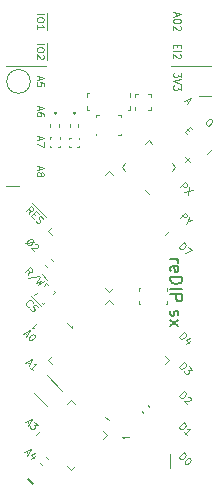
<source format=gbr>
G04 #@! TF.GenerationSoftware,KiCad,Pcbnew,5.1.8-1.fc33*
G04 #@! TF.CreationDate,2020-12-01T15:42:06+01:00*
G04 #@! TF.ProjectId,reDIP-sx,72654449-502d-4737-982e-6b696361645f,0.1*
G04 #@! TF.SameCoordinates,PX5e28010PY8011a50*
G04 #@! TF.FileFunction,Legend,Top*
G04 #@! TF.FilePolarity,Positive*
%FSLAX46Y46*%
G04 Gerber Fmt 4.6, Leading zero omitted, Abs format (unit mm)*
G04 Created by KiCad (PCBNEW 5.1.8-1.fc33) date 2020-12-01 15:42:06*
%MOMM*%
%LPD*%
G01*
G04 APERTURE LIST*
%ADD10C,0.120000*%
%ADD11C,0.150000*%
%ADD12C,0.200000*%
%ADD13C,0.100000*%
G04 APERTURE END LIST*
D10*
X1966243Y5502336D02*
X2168274Y5300305D01*
X1804619Y5421523D02*
X2370304Y5704366D01*
X2087461Y5138681D01*
X2612741Y5461929D02*
X2875380Y5199290D01*
X2572335Y5179087D01*
X2632944Y5118478D01*
X2653147Y5057868D01*
X2653147Y5017462D01*
X2632944Y4956853D01*
X2531928Y4855838D01*
X2471319Y4835635D01*
X2430913Y4835635D01*
X2370304Y4855838D01*
X2249086Y4977056D01*
X2228883Y5037665D01*
X2228883Y5078072D01*
X1996243Y10552336D02*
X2198274Y10350305D01*
X1834619Y10471523D02*
X2400304Y10754366D01*
X2117461Y10188681D01*
X2481116Y9825026D02*
X2238680Y10067462D01*
X2359898Y9946244D02*
X2784162Y10370508D01*
X2683147Y10350305D01*
X2602335Y10350305D01*
X2541725Y10370508D01*
X14874923Y12651219D02*
X15299187Y13075483D01*
X15400203Y12974468D01*
X15440609Y12893655D01*
X15440609Y12812843D01*
X15420406Y12752234D01*
X15359796Y12651219D01*
X15299187Y12590610D01*
X15198172Y12530000D01*
X15137563Y12509797D01*
X15056751Y12509797D01*
X14975938Y12550204D01*
X14874923Y12651219D01*
X15763857Y12327970D02*
X15481015Y12045127D01*
X15824467Y12590610D02*
X15420406Y12388579D01*
X15683045Y12125939D01*
X14864923Y10121219D02*
X15289187Y10545483D01*
X15390203Y10444468D01*
X15430609Y10363655D01*
X15430609Y10282843D01*
X15410406Y10222234D01*
X15349796Y10121219D01*
X15289187Y10060610D01*
X15188172Y10000000D01*
X15127563Y9979797D01*
X15046751Y9979797D01*
X14965938Y10020204D01*
X14864923Y10121219D01*
X15673045Y10161625D02*
X15935685Y9898985D01*
X15632639Y9878782D01*
X15693248Y9818173D01*
X15713451Y9757564D01*
X15713451Y9717158D01*
X15693248Y9656549D01*
X15592233Y9555533D01*
X15531624Y9535330D01*
X15491218Y9535330D01*
X15430609Y9555533D01*
X15309390Y9676752D01*
X15289187Y9737361D01*
X15289187Y9777767D01*
X14854923Y7631219D02*
X15279187Y8055483D01*
X15380203Y7954468D01*
X15420609Y7873655D01*
X15420609Y7792843D01*
X15400406Y7732234D01*
X15339796Y7631219D01*
X15279187Y7570610D01*
X15178172Y7510000D01*
X15117563Y7489797D01*
X15036751Y7489797D01*
X14955938Y7530204D01*
X14854923Y7631219D01*
X15642842Y7611016D02*
X15683248Y7611016D01*
X15743857Y7590813D01*
X15844873Y7489797D01*
X15865076Y7429188D01*
X15865076Y7388782D01*
X15844873Y7328173D01*
X15804467Y7287767D01*
X15723654Y7247361D01*
X15238781Y7247361D01*
X15501421Y6984721D01*
X14844923Y4991219D02*
X15269187Y5415483D01*
X15370203Y5314468D01*
X15410609Y5233655D01*
X15410609Y5152843D01*
X15390406Y5092234D01*
X15329796Y4991219D01*
X15269187Y4930610D01*
X15168172Y4870000D01*
X15107563Y4849797D01*
X15026751Y4849797D01*
X14945938Y4890204D01*
X14844923Y4991219D01*
X15491421Y4344721D02*
X15248984Y4587158D01*
X15370203Y4465939D02*
X15794467Y4890204D01*
X15693451Y4870000D01*
X15612639Y4870000D01*
X15552030Y4890204D01*
X2419687Y23991871D02*
X2843951Y23567607D01*
X2155431Y23040711D02*
X2216040Y23384163D01*
X1912994Y23283148D02*
X2337258Y23707412D01*
X2498883Y23545787D01*
X2519086Y23485178D01*
X2519086Y23444772D01*
X2498883Y23384163D01*
X2438274Y23323554D01*
X2377664Y23303351D01*
X2337258Y23303351D01*
X2276649Y23323554D01*
X2115025Y23485178D01*
X2843951Y23567607D02*
X3227809Y23183749D01*
X2559492Y23081117D02*
X2700913Y22939696D01*
X2539289Y22656853D02*
X2337258Y22858884D01*
X2761522Y23283148D01*
X2963553Y23081117D01*
X3227809Y23183749D02*
X3631870Y22779688D01*
X2721116Y22515432D02*
X2761522Y22434620D01*
X2862538Y22333604D01*
X2923147Y22313401D01*
X2963553Y22313401D01*
X3024162Y22333604D01*
X3064568Y22374010D01*
X3084771Y22434620D01*
X3084771Y22475026D01*
X3064568Y22535635D01*
X3003959Y22636650D01*
X2983756Y22697259D01*
X2983756Y22737665D01*
X3003959Y22798275D01*
X3044365Y22838681D01*
X3104974Y22858884D01*
X3145380Y22858884D01*
X3205990Y22838681D01*
X3307005Y22737665D01*
X3347411Y22656853D01*
X2601928Y20732742D02*
X1854416Y20631726D01*
X1975634Y20510508D02*
X1955431Y20571117D01*
X1955431Y20651929D01*
X2016040Y20752945D01*
X2157461Y20894366D01*
X2258477Y20954975D01*
X2339289Y20954975D01*
X2399898Y20934772D01*
X2480710Y20853960D01*
X2500913Y20793351D01*
X2500913Y20712539D01*
X2440304Y20611523D01*
X2298883Y20470102D01*
X2197867Y20409493D01*
X2117055Y20409493D01*
X2056446Y20429696D01*
X1975634Y20510508D01*
X2702944Y20550914D02*
X2743350Y20550914D01*
X2803959Y20530711D01*
X2904974Y20429696D01*
X2925177Y20369087D01*
X2925177Y20328681D01*
X2904974Y20268072D01*
X2864568Y20227665D01*
X2783756Y20187259D01*
X2298883Y20187259D01*
X2561522Y19924620D01*
X2084720Y17881422D02*
X2145329Y18224874D01*
X1842284Y18123858D02*
X2266548Y18548123D01*
X2428172Y18386498D01*
X2448375Y18325889D01*
X2448375Y18285483D01*
X2428172Y18224874D01*
X2367563Y18164265D01*
X2306954Y18144062D01*
X2266548Y18144062D01*
X2205938Y18164265D01*
X2044314Y18325889D01*
X3014061Y17841016D02*
X2104923Y17659188D01*
X3217707Y17963850D02*
X3702580Y17478977D01*
X3094873Y17719797D02*
X2771624Y17194518D01*
X3155482Y17416752D01*
X2933248Y17032894D01*
X3458528Y17356143D01*
X2341616Y16129942D02*
X2765880Y15705678D01*
X2117766Y15219188D02*
X2077360Y15219188D01*
X1996548Y15259594D01*
X1956142Y15300000D01*
X1915735Y15380813D01*
X1915735Y15461625D01*
X1935938Y15522234D01*
X1996548Y15623249D01*
X2057157Y15683858D01*
X2158172Y15744468D01*
X2218781Y15764671D01*
X2299593Y15764671D01*
X2380406Y15724265D01*
X2420812Y15683858D01*
X2461218Y15603046D01*
X2461218Y15562640D01*
X2765880Y15705678D02*
X3169941Y15301617D01*
X2259187Y15037361D02*
X2299593Y14956549D01*
X2400609Y14855533D01*
X2461218Y14835330D01*
X2501624Y14835330D01*
X2562233Y14855533D01*
X2602639Y14895939D01*
X2622842Y14956549D01*
X2622842Y14996955D01*
X2602639Y15057564D01*
X2542030Y15158579D01*
X2521827Y15219188D01*
X2521827Y15259594D01*
X2542030Y15320204D01*
X2582436Y15360610D01*
X2643045Y15380813D01*
X2683451Y15380813D01*
X2744061Y15360610D01*
X2845076Y15259594D01*
X2885482Y15178782D01*
X1816243Y13022336D02*
X2018274Y12820305D01*
X1654619Y12941523D02*
X2220304Y13224366D01*
X1937461Y12658681D01*
X2583959Y12860711D02*
X2624365Y12820305D01*
X2644568Y12759696D01*
X2644568Y12719290D01*
X2624365Y12658681D01*
X2563756Y12557665D01*
X2462741Y12456650D01*
X2361725Y12396041D01*
X2301116Y12375838D01*
X2260710Y12375838D01*
X2200101Y12396041D01*
X2159695Y12436447D01*
X2139492Y12497056D01*
X2139492Y12537462D01*
X2159695Y12598072D01*
X2220304Y12699087D01*
X2321319Y12800102D01*
X2422335Y12860711D01*
X2482944Y12880914D01*
X2523350Y12880914D01*
X2583959Y12860711D01*
X1906243Y2982336D02*
X2108274Y2780305D01*
X1744619Y2901523D02*
X2310304Y3184366D01*
X2027461Y2618681D01*
X2633553Y2578275D02*
X2350710Y2295432D01*
X2694162Y2840914D02*
X2290101Y2638884D01*
X2552741Y2376244D01*
X14854923Y2461219D02*
X15279187Y2885483D01*
X15380203Y2784468D01*
X15420609Y2703655D01*
X15420609Y2622843D01*
X15400406Y2562234D01*
X15339796Y2461219D01*
X15279187Y2400610D01*
X15178172Y2340000D01*
X15117563Y2319797D01*
X15036751Y2319797D01*
X14955938Y2360204D01*
X14854923Y2461219D01*
X15784264Y2380407D02*
X15824670Y2340000D01*
X15844873Y2279391D01*
X15844873Y2238985D01*
X15824670Y2178376D01*
X15764061Y2077361D01*
X15663045Y1976346D01*
X15562030Y1915736D01*
X15501421Y1895533D01*
X15461015Y1895533D01*
X15400406Y1915736D01*
X15360000Y1956143D01*
X15339796Y2016752D01*
X15339796Y2057158D01*
X15360000Y2117767D01*
X15420609Y2218782D01*
X15521624Y2319797D01*
X15622639Y2380407D01*
X15683248Y2400610D01*
X15723654Y2400610D01*
X15784264Y2380407D01*
X14844923Y20241219D02*
X15269187Y20665483D01*
X15370203Y20564468D01*
X15410609Y20483655D01*
X15410609Y20402843D01*
X15390406Y20342234D01*
X15329796Y20241219D01*
X15269187Y20180610D01*
X15168172Y20120000D01*
X15107563Y20099797D01*
X15026751Y20099797D01*
X14945938Y20140204D01*
X14844923Y20241219D01*
X15653045Y20281625D02*
X15935888Y19998782D01*
X15329796Y19756346D01*
X14915126Y22761016D02*
X15339390Y23185280D01*
X15501015Y23023655D01*
X15521218Y22963046D01*
X15521218Y22922640D01*
X15501015Y22862031D01*
X15440406Y22801422D01*
X15379796Y22781219D01*
X15339390Y22781219D01*
X15278781Y22801422D01*
X15117157Y22963046D01*
X15622233Y22457970D02*
X15420203Y22255939D01*
X15703045Y22821625D02*
X15622233Y22457970D01*
X15985888Y22538782D01*
X14914923Y25341219D02*
X15339187Y25765483D01*
X15500812Y25603858D01*
X15521015Y25543249D01*
X15521015Y25502843D01*
X15500812Y25442234D01*
X15440203Y25381625D01*
X15379593Y25361422D01*
X15339187Y25361422D01*
X15278578Y25381625D01*
X15116954Y25543249D01*
X15723045Y25381625D02*
X15581624Y24674518D01*
X16005888Y25098782D02*
X15298781Y24957361D01*
X17188071Y28118072D02*
X17612335Y28542336D01*
X17551928Y31072742D02*
X17632741Y30991929D01*
X17652944Y30931320D01*
X17652944Y30850508D01*
X17592335Y30749493D01*
X17450913Y30608072D01*
X17349898Y30547462D01*
X17269086Y30547462D01*
X17208477Y30567665D01*
X17127664Y30648478D01*
X17107461Y30709087D01*
X17107461Y30789899D01*
X17168071Y30890914D01*
X17309492Y31032336D01*
X17410507Y31092945D01*
X17491319Y31092945D01*
X17551928Y31072742D01*
X14988571Y35032858D02*
X14988571Y34661429D01*
X14760000Y34861429D01*
X14760000Y34775715D01*
X14731428Y34718572D01*
X14702857Y34690000D01*
X14645714Y34661429D01*
X14502857Y34661429D01*
X14445714Y34690000D01*
X14417142Y34718572D01*
X14388571Y34775715D01*
X14388571Y34947143D01*
X14417142Y35004286D01*
X14445714Y35032858D01*
X14988571Y34490000D02*
X14388571Y34290000D01*
X14988571Y34090000D01*
X14988571Y33947143D02*
X14988571Y33575715D01*
X14760000Y33775715D01*
X14760000Y33690000D01*
X14731428Y33632858D01*
X14702857Y33604286D01*
X14645714Y33575715D01*
X14502857Y33575715D01*
X14445714Y33604286D01*
X14417142Y33632858D01*
X14388571Y33690000D01*
X14388571Y33861429D01*
X14417142Y33918572D01*
X14445714Y33947143D01*
X17580000Y33020000D02*
X16510000Y33020000D01*
X15559390Y30261219D02*
X15700812Y30119797D01*
X15539187Y29836955D02*
X15337157Y30038985D01*
X15761421Y30463249D01*
X15963451Y30261219D01*
X15448274Y32720305D02*
X15650304Y32518275D01*
X15286649Y32639493D02*
X15852335Y32922336D01*
X15569492Y32356650D01*
X2268237Y34290000D02*
G75*
G03*
X2268237Y34290000I-1000000J0D01*
G01*
D11*
X2104094Y615094D02*
X2535093Y184095D01*
D10*
X15324094Y27885094D02*
X15755093Y27454095D01*
X15324094Y27454095D02*
X15755093Y27885094D01*
X3610000Y35560000D02*
X200000Y35560000D01*
X1270000Y25400000D02*
X200000Y25400000D01*
X17580000Y35560000D02*
X14170000Y35560000D01*
X2970000Y27098572D02*
X2970000Y26812858D01*
X2798571Y27155715D02*
X3398571Y26955715D01*
X2798571Y26755715D01*
X3141428Y26470000D02*
X3170000Y26527143D01*
X3198571Y26555715D01*
X3255714Y26584286D01*
X3284285Y26584286D01*
X3341428Y26555715D01*
X3370000Y26527143D01*
X3398571Y26470000D01*
X3398571Y26355715D01*
X3370000Y26298572D01*
X3341428Y26270000D01*
X3284285Y26241429D01*
X3255714Y26241429D01*
X3198571Y26270000D01*
X3170000Y26298572D01*
X3141428Y26355715D01*
X3141428Y26470000D01*
X3112857Y26527143D01*
X3084285Y26555715D01*
X3027142Y26584286D01*
X2912857Y26584286D01*
X2855714Y26555715D01*
X2827142Y26527143D01*
X2798571Y26470000D01*
X2798571Y26355715D01*
X2827142Y26298572D01*
X2855714Y26270000D01*
X2912857Y26241429D01*
X3027142Y26241429D01*
X3084285Y26270000D01*
X3112857Y26298572D01*
X3141428Y26355715D01*
X2970000Y29638572D02*
X2970000Y29352858D01*
X2798571Y29695715D02*
X3398571Y29495715D01*
X2798571Y29295715D01*
X3398571Y29152858D02*
X3398571Y28752858D01*
X2798571Y29010000D01*
X2970000Y32178572D02*
X2970000Y31892858D01*
X2798571Y32235715D02*
X3398571Y32035715D01*
X2798571Y31835715D01*
X3398571Y31378572D02*
X3398571Y31492858D01*
X3370000Y31550000D01*
X3341428Y31578572D01*
X3255714Y31635715D01*
X3141428Y31664286D01*
X2912857Y31664286D01*
X2855714Y31635715D01*
X2827142Y31607143D01*
X2798571Y31550000D01*
X2798571Y31435715D01*
X2827142Y31378572D01*
X2855714Y31350000D01*
X2912857Y31321429D01*
X3055714Y31321429D01*
X3112857Y31350000D01*
X3141428Y31378572D01*
X3170000Y31435715D01*
X3170000Y31550000D01*
X3141428Y31607143D01*
X3112857Y31635715D01*
X3055714Y31664286D01*
X2970000Y34718572D02*
X2970000Y34432858D01*
X2798571Y34775715D02*
X3398571Y34575715D01*
X2798571Y34375715D01*
X3398571Y33890000D02*
X3398571Y34175715D01*
X3112857Y34204286D01*
X3141428Y34175715D01*
X3170000Y34118572D01*
X3170000Y33975715D01*
X3141428Y33918572D01*
X3112857Y33890000D01*
X3055714Y33861429D01*
X2912857Y33861429D01*
X2855714Y33890000D01*
X2827142Y33918572D01*
X2798571Y33975715D01*
X2798571Y34118572D01*
X2827142Y34175715D01*
X2855714Y34204286D01*
X3658000Y37572858D02*
X3658000Y37287143D01*
X2798571Y37430000D02*
X3398571Y37430000D01*
X3658000Y37287143D02*
X3658000Y36658572D01*
X3398571Y37030000D02*
X3398571Y36915715D01*
X3370000Y36858572D01*
X3312857Y36801429D01*
X3198571Y36772858D01*
X2998571Y36772858D01*
X2884285Y36801429D01*
X2827142Y36858572D01*
X2798571Y36915715D01*
X2798571Y37030000D01*
X2827142Y37087143D01*
X2884285Y37144286D01*
X2998571Y37172858D01*
X3198571Y37172858D01*
X3312857Y37144286D01*
X3370000Y37087143D01*
X3398571Y37030000D01*
X3658000Y36658572D02*
X3658000Y36087143D01*
X3341428Y36544286D02*
X3370000Y36515715D01*
X3398571Y36458572D01*
X3398571Y36315715D01*
X3370000Y36258572D01*
X3341428Y36230000D01*
X3284285Y36201429D01*
X3227142Y36201429D01*
X3141428Y36230000D01*
X2798571Y36572858D01*
X2798571Y36201429D01*
X3658000Y40112858D02*
X3658000Y39827143D01*
X2798571Y39970000D02*
X3398571Y39970000D01*
X3658000Y39827143D02*
X3658000Y39198572D01*
X3398571Y39570000D02*
X3398571Y39455715D01*
X3370000Y39398572D01*
X3312857Y39341429D01*
X3198571Y39312858D01*
X2998571Y39312858D01*
X2884285Y39341429D01*
X2827142Y39398572D01*
X2798571Y39455715D01*
X2798571Y39570000D01*
X2827142Y39627143D01*
X2884285Y39684286D01*
X2998571Y39712858D01*
X3198571Y39712858D01*
X3312857Y39684286D01*
X3370000Y39627143D01*
X3398571Y39570000D01*
X3658000Y39198572D02*
X3658000Y38627143D01*
X2798571Y38741429D02*
X2798571Y39084286D01*
X2798571Y38912858D02*
X3398571Y38912858D01*
X3312857Y38970000D01*
X3255714Y39027143D01*
X3227142Y39084286D01*
X14702857Y37387143D02*
X14702857Y37187143D01*
X14388571Y37101429D02*
X14388571Y37387143D01*
X14988571Y37387143D01*
X14988571Y37101429D01*
X14388571Y36844286D02*
X14988571Y36844286D01*
X14931428Y36587143D02*
X14960000Y36558572D01*
X14988571Y36501429D01*
X14988571Y36358572D01*
X14960000Y36301429D01*
X14931428Y36272858D01*
X14874285Y36244286D01*
X14817142Y36244286D01*
X14731428Y36272858D01*
X14388571Y36615715D01*
X14388571Y36244286D01*
X14560000Y40112858D02*
X14560000Y39827143D01*
X14388571Y40170000D02*
X14988571Y39970000D01*
X14388571Y39770000D01*
X14988571Y39455715D02*
X14988571Y39341429D01*
X14960000Y39284286D01*
X14902857Y39227143D01*
X14788571Y39198572D01*
X14588571Y39198572D01*
X14474285Y39227143D01*
X14417142Y39284286D01*
X14388571Y39341429D01*
X14388571Y39455715D01*
X14417142Y39512858D01*
X14474285Y39570000D01*
X14588571Y39598572D01*
X14788571Y39598572D01*
X14902857Y39570000D01*
X14960000Y39512858D01*
X14988571Y39455715D01*
X14931428Y38970000D02*
X14960000Y38941429D01*
X14988571Y38884286D01*
X14988571Y38741429D01*
X14960000Y38684286D01*
X14931428Y38655715D01*
X14874285Y38627143D01*
X14817142Y38627143D01*
X14731428Y38655715D01*
X14388571Y38998572D01*
X14388571Y38627143D01*
D12*
X14175238Y14889048D02*
X14127619Y14793810D01*
X14127619Y14603334D01*
X14175238Y14508096D01*
X14270476Y14460477D01*
X14318095Y14460477D01*
X14413333Y14508096D01*
X14460952Y14603334D01*
X14460952Y14746191D01*
X14508571Y14841429D01*
X14603809Y14889048D01*
X14651428Y14889048D01*
X14746666Y14841429D01*
X14794285Y14746191D01*
X14794285Y14603334D01*
X14746666Y14508096D01*
X14127619Y14127143D02*
X14794285Y13603334D01*
X14794285Y14127143D02*
X14127619Y13603334D01*
X14127619Y19218096D02*
X14794285Y19218096D01*
X14603809Y19218096D02*
X14699047Y19170477D01*
X14746666Y19122858D01*
X14794285Y19027620D01*
X14794285Y18932381D01*
X14175238Y18218096D02*
X14127619Y18313334D01*
X14127619Y18503810D01*
X14175238Y18599048D01*
X14270476Y18646667D01*
X14651428Y18646667D01*
X14746666Y18599048D01*
X14794285Y18503810D01*
X14794285Y18313334D01*
X14746666Y18218096D01*
X14651428Y18170477D01*
X14556190Y18170477D01*
X14460952Y18646667D01*
X14127619Y17741905D02*
X15127619Y17741905D01*
X15127619Y17503810D01*
X15080000Y17360953D01*
X14984761Y17265715D01*
X14889523Y17218096D01*
X14699047Y17170477D01*
X14556190Y17170477D01*
X14365714Y17218096D01*
X14270476Y17265715D01*
X14175238Y17360953D01*
X14127619Y17503810D01*
X14127619Y17741905D01*
X14127619Y16741905D02*
X15127619Y16741905D01*
X14127619Y16265715D02*
X15127619Y16265715D01*
X15127619Y15884762D01*
X15080000Y15789524D01*
X15032380Y15741905D01*
X14937142Y15694286D01*
X14794285Y15694286D01*
X14699047Y15741905D01*
X14651428Y15789524D01*
X14603809Y15884762D01*
X14603809Y16265715D01*
D10*
X10015000Y4215000D02*
X10635000Y4215000D01*
X10165000Y4065000D02*
X10015000Y4215000D01*
D13*
X14135000Y2755000D02*
X14135000Y1555000D01*
X11595000Y15420000D02*
X11495000Y15420000D01*
X11495000Y15670000D02*
X11495000Y15420000D01*
X13745000Y15420000D02*
X13845000Y15420000D01*
X13845000Y15420000D02*
X13845000Y15670000D01*
X11495000Y16820000D02*
X11495000Y16570000D01*
X11595000Y16820000D02*
X11495000Y16820000D01*
X13845000Y16820000D02*
X13845000Y16570000D01*
D10*
X13659435Y21254124D02*
X13995311Y21590000D01*
X3784689Y21590000D02*
X4120565Y21254124D01*
X4120565Y21925876D02*
X3784689Y21590000D01*
X8890000Y26695311D02*
X9225876Y26359435D01*
X8554124Y26359435D02*
X8890000Y26695311D01*
X8890000Y16484689D02*
X8554124Y16820565D01*
X9225876Y16820565D02*
X8890000Y16484689D01*
D13*
X6400000Y29540000D02*
X6400000Y29390000D01*
X6400000Y28850000D02*
X6400000Y28700000D01*
X5560000Y29540000D02*
X5560000Y29390000D01*
X5560000Y29540000D02*
X5710000Y29540000D01*
X6250000Y28700000D02*
X6400000Y28700000D01*
X5560000Y28850000D02*
X5560000Y28700000D01*
X5560000Y28700000D02*
X5710000Y28700000D01*
X4740000Y29550000D02*
X4740000Y29400000D01*
X4740000Y28860000D02*
X4740000Y28710000D01*
X3900000Y29550000D02*
X3900000Y29400000D01*
X3900000Y29550000D02*
X4050000Y29550000D01*
X4590000Y28710000D02*
X4740000Y28710000D01*
X3900000Y28860000D02*
X3900000Y28710000D01*
X3900000Y28710000D02*
X4050000Y28710000D01*
X11160000Y32970000D02*
X11160000Y33220000D01*
X12520000Y31860000D02*
X12520000Y32110000D01*
X12520000Y31860000D02*
X12270000Y31860000D01*
X12520000Y33220000D02*
X12270000Y33220000D01*
X12520000Y32970000D02*
X12520000Y33220000D01*
X11410000Y33220000D02*
X11160000Y33220000D01*
X11160000Y31860000D02*
X11160000Y32110000D01*
D10*
X10321314Y26721802D02*
X10003116Y27040000D01*
X10003116Y27040000D02*
X10321314Y27358198D01*
X14238686Y27358198D02*
X14556884Y27040000D01*
X14556884Y27040000D02*
X14238686Y26721802D01*
X12598198Y28998686D02*
X12280000Y29316884D01*
X12280000Y29316884D02*
X11961802Y28998686D01*
X11961802Y25081314D02*
X12280000Y24763116D01*
X4991111Y8091822D02*
X3647608Y9435325D01*
X2586947Y7950400D02*
X3718318Y6819029D01*
X4400000Y31690000D02*
X4330000Y31570000D01*
X4260000Y31690000D02*
X4400000Y31690000D01*
X4330000Y31570000D02*
X4260000Y31690000D01*
X6040000Y31690000D02*
X5970000Y31570000D01*
X5900000Y31690000D02*
X6040000Y31690000D01*
X5970000Y31570000D02*
X5900000Y31690000D01*
D13*
X7830000Y29871500D02*
X7830000Y29721500D01*
X9930000Y29721500D02*
X9680000Y29721500D01*
X9930000Y29871500D02*
X9930000Y29721500D01*
X9930000Y31421500D02*
X9680000Y31421500D01*
X9930000Y31271500D02*
X9930000Y31421500D01*
X7830000Y31421500D02*
X8080000Y31421500D01*
X7830000Y31271500D02*
X7830000Y31421500D01*
X7040000Y33290000D02*
X7240000Y33290000D01*
X7040000Y32990000D02*
X7040000Y33290000D01*
X7240000Y31890000D02*
X7040000Y31890000D01*
X7040000Y31890000D02*
X7040000Y32190000D01*
X10740000Y31890000D02*
X10540000Y31890000D01*
X10740000Y32190000D02*
X10740000Y31890000D01*
X10740000Y33290000D02*
X10740000Y32990000D01*
D10*
X5792183Y13382944D02*
X5353777Y13821350D01*
X5792183Y13595076D02*
X5792183Y13382944D01*
X2385127Y13380000D02*
X2823533Y13818406D01*
X2597259Y13380000D02*
X2385127Y13380000D01*
D13*
X2619843Y16181092D02*
X2796619Y16357868D01*
X3447158Y17008407D02*
X3623934Y17185183D01*
X3730000Y17079117D02*
X3623934Y17185183D01*
X4168407Y16287158D02*
X4345183Y16463934D01*
X4345183Y16463934D02*
X4239117Y16570000D01*
X3341092Y15459843D02*
X3517868Y15636619D01*
X3341092Y15459843D02*
X3235026Y15565909D01*
D10*
X4120565Y10354124D02*
X3784689Y10690000D01*
X3784689Y10690000D02*
X4120565Y11025876D01*
X13659435Y11025876D02*
X13995311Y10690000D01*
X13995311Y10690000D02*
X13659435Y10354124D01*
X9225876Y15459435D02*
X8890000Y15795311D01*
X8890000Y15795311D02*
X8554124Y15459435D01*
X8554124Y5920565D02*
X8890000Y5584689D01*
X5404124Y7008115D02*
X5740000Y7343991D01*
X5740000Y7343991D02*
X6075876Y7008115D01*
X6075876Y1711885D02*
X5740000Y1376009D01*
X5740000Y1376009D02*
X5404124Y1711885D01*
X8388115Y4024124D02*
X8723991Y4360000D01*
X8723991Y4360000D02*
X8388115Y4695876D01*
X3091885Y4695876D02*
X2756009Y4360000D01*
X5620000Y30452164D02*
X5620000Y30667836D01*
X6340000Y30452164D02*
X6340000Y30667836D01*
X3960000Y30452164D02*
X3960000Y30667836D01*
X4680000Y30452164D02*
X4680000Y30667836D01*
X3701693Y18589190D02*
X3549190Y18741693D01*
X4210810Y19098307D02*
X4058307Y19250810D01*
X3258746Y1802137D02*
X3106243Y1954640D01*
X3767863Y2311254D02*
X3615360Y2463757D01*
X11688601Y6362282D02*
X11841104Y6209779D01*
X12197718Y6871399D02*
X12350221Y6718896D01*
M02*

</source>
